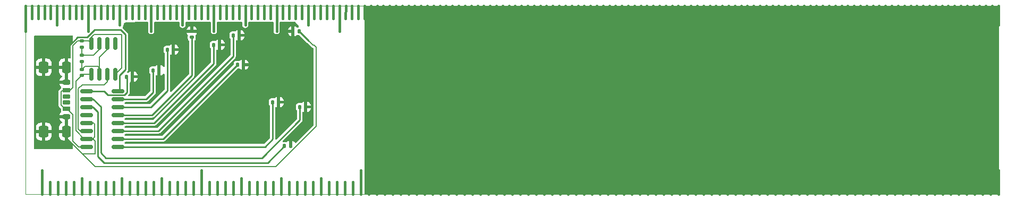
<source format=gtl>
G04 #@! TF.GenerationSoftware,KiCad,Pcbnew,8.0.5*
G04 #@! TF.CreationDate,2024-09-12T21:57:31+02:00*
G04 #@! TF.ProjectId,Ruler_IPRL_KiCad,52756c65-725f-4495-9052-4c5f4b694361,rev?*
G04 #@! TF.SameCoordinates,Original*
G04 #@! TF.FileFunction,Copper,L1,Top*
G04 #@! TF.FilePolarity,Positive*
%FSLAX46Y46*%
G04 Gerber Fmt 4.6, Leading zero omitted, Abs format (unit mm)*
G04 Created by KiCad (PCBNEW 8.0.5) date 2024-09-12 21:57:31*
%MOMM*%
%LPD*%
G01*
G04 APERTURE LIST*
G04 Aperture macros list*
%AMRoundRect*
0 Rectangle with rounded corners*
0 $1 Rounding radius*
0 $2 $3 $4 $5 $6 $7 $8 $9 X,Y pos of 4 corners*
0 Add a 4 corners polygon primitive as box body*
4,1,4,$2,$3,$4,$5,$6,$7,$8,$9,$2,$3,0*
0 Add four circle primitives for the rounded corners*
1,1,$1+$1,$2,$3*
1,1,$1+$1,$4,$5*
1,1,$1+$1,$6,$7*
1,1,$1+$1,$8,$9*
0 Add four rect primitives between the rounded corners*
20,1,$1+$1,$2,$3,$4,$5,0*
20,1,$1+$1,$4,$5,$6,$7,0*
20,1,$1+$1,$6,$7,$8,$9,0*
20,1,$1+$1,$8,$9,$2,$3,0*%
G04 Aperture macros list end*
G04 #@! TA.AperFunction,Conductor*
%ADD10C,0.100000*%
G04 #@! TD*
G04 #@! TA.AperFunction,EtchedComponent*
%ADD11C,0.381000*%
G04 #@! TD*
G04 #@! TA.AperFunction,ComponentPad*
%ADD12R,0.850000X0.850000*%
G04 #@! TD*
G04 #@! TA.AperFunction,ComponentPad*
%ADD13O,0.850000X0.850000*%
G04 #@! TD*
G04 #@! TA.AperFunction,SMDPad,CuDef*
%ADD14RoundRect,0.135000X0.135000X0.185000X-0.135000X0.185000X-0.135000X-0.185000X0.135000X-0.185000X0*%
G04 #@! TD*
G04 #@! TA.AperFunction,SMDPad,CuDef*
%ADD15RoundRect,0.147500X0.147500X0.172500X-0.147500X0.172500X-0.147500X-0.172500X0.147500X-0.172500X0*%
G04 #@! TD*
G04 #@! TA.AperFunction,ComponentPad*
%ADD16R,1.000000X1.000000*%
G04 #@! TD*
G04 #@! TA.AperFunction,ComponentPad*
%ADD17O,1.000000X1.000000*%
G04 #@! TD*
G04 #@! TA.AperFunction,ComponentPad*
%ADD18C,7.500000*%
G04 #@! TD*
G04 #@! TA.AperFunction,ComponentPad*
%ADD19C,11.000000*%
G04 #@! TD*
G04 #@! TA.AperFunction,ComponentPad*
%ADD20C,4.700000*%
G04 #@! TD*
G04 #@! TA.AperFunction,SMDPad,CuDef*
%ADD21RoundRect,0.140000X-0.170000X0.140000X-0.170000X-0.140000X0.170000X-0.140000X0.170000X0.140000X0*%
G04 #@! TD*
G04 #@! TA.AperFunction,SMDPad,CuDef*
%ADD22RoundRect,0.135000X0.185000X-0.135000X0.185000X0.135000X-0.185000X0.135000X-0.185000X-0.135000X0*%
G04 #@! TD*
G04 #@! TA.AperFunction,ComponentPad*
%ADD23C,3.800000*%
G04 #@! TD*
G04 #@! TA.AperFunction,SMDPad,CuDef*
%ADD24RoundRect,0.175000X-0.425000X0.175000X-0.425000X-0.175000X0.425000X-0.175000X0.425000X0.175000X0*%
G04 #@! TD*
G04 #@! TA.AperFunction,SMDPad,CuDef*
%ADD25RoundRect,0.190000X0.410000X-0.190000X0.410000X0.190000X-0.410000X0.190000X-0.410000X-0.190000X0*%
G04 #@! TD*
G04 #@! TA.AperFunction,SMDPad,CuDef*
%ADD26RoundRect,0.200000X0.400000X-0.200000X0.400000X0.200000X-0.400000X0.200000X-0.400000X-0.200000X0*%
G04 #@! TD*
G04 #@! TA.AperFunction,SMDPad,CuDef*
%ADD27RoundRect,0.175000X0.425000X-0.175000X0.425000X0.175000X-0.425000X0.175000X-0.425000X-0.175000X0*%
G04 #@! TD*
G04 #@! TA.AperFunction,SMDPad,CuDef*
%ADD28RoundRect,0.190000X-0.410000X0.190000X-0.410000X-0.190000X0.410000X-0.190000X0.410000X0.190000X0*%
G04 #@! TD*
G04 #@! TA.AperFunction,SMDPad,CuDef*
%ADD29RoundRect,0.200000X-0.400000X0.200000X-0.400000X-0.200000X0.400000X-0.200000X0.400000X0.200000X0*%
G04 #@! TD*
G04 #@! TA.AperFunction,SMDPad,CuDef*
%ADD30RoundRect,0.250000X-0.425000X0.650000X-0.425000X-0.650000X0.425000X-0.650000X0.425000X0.650000X0*%
G04 #@! TD*
G04 #@! TA.AperFunction,SMDPad,CuDef*
%ADD31RoundRect,0.250000X-0.500000X0.650000X-0.500000X-0.650000X0.500000X-0.650000X0.500000X0.650000X0*%
G04 #@! TD*
G04 #@! TA.AperFunction,SMDPad,CuDef*
%ADD32RoundRect,0.147500X-0.172500X0.147500X-0.172500X-0.147500X0.172500X-0.147500X0.172500X0.147500X0*%
G04 #@! TD*
G04 #@! TA.AperFunction,ComponentPad*
%ADD33R,1.350000X1.350000*%
G04 #@! TD*
G04 #@! TA.AperFunction,ComponentPad*
%ADD34O,1.350000X1.350000*%
G04 #@! TD*
G04 #@! TA.AperFunction,ComponentPad*
%ADD35C,5.600000*%
G04 #@! TD*
G04 #@! TA.AperFunction,ComponentPad*
%ADD36R,1.700000X1.700000*%
G04 #@! TD*
G04 #@! TA.AperFunction,ComponentPad*
%ADD37O,1.700000X1.700000*%
G04 #@! TD*
G04 #@! TA.AperFunction,ComponentPad*
%ADD38C,9.200000*%
G04 #@! TD*
G04 #@! TA.AperFunction,SMDPad,CuDef*
%ADD39RoundRect,0.150000X0.850000X0.150000X-0.850000X0.150000X-0.850000X-0.150000X0.850000X-0.150000X0*%
G04 #@! TD*
G04 #@! TA.AperFunction,SMDPad,CuDef*
%ADD40RoundRect,0.150000X0.150000X-0.825000X0.150000X0.825000X-0.150000X0.825000X-0.150000X-0.825000X0*%
G04 #@! TD*
G04 #@! TA.AperFunction,Conductor*
%ADD41C,0.250000*%
G04 #@! TD*
G04 #@! TA.AperFunction,Conductor*
%ADD42C,0.200000*%
G04 #@! TD*
G04 APERTURE END LIST*
D10*
X75000000Y-85000000D02*
X230000000Y-85000000D01*
X230000000Y-115000000D01*
X75000000Y-115000000D01*
X75000000Y-85000000D01*
G04 #@! TA.AperFunction,Conductor*
G36*
X128995000Y-85000000D02*
G01*
X230000000Y-85000000D01*
X230000000Y-115000000D01*
X128995000Y-115000000D01*
X128995000Y-85000000D01*
G37*
G04 #@! TD.AperFunction*
D11*
X75000000Y-85000000D02*
X75000000Y-89000000D01*
X76000760Y-85000000D02*
X76000000Y-87000000D01*
X76998980Y-85000000D02*
X77000000Y-87000000D01*
X77999740Y-85000000D02*
X77999740Y-87000000D01*
X79000500Y-85000000D02*
X79000000Y-87000000D01*
X80001260Y-85000000D02*
X80001260Y-88000000D01*
X80999480Y-85000000D02*
X80999480Y-87000000D01*
X82000240Y-85000000D02*
X82000240Y-87000000D01*
X83001000Y-85000000D02*
X83000000Y-87000000D01*
X83999220Y-85000000D02*
X83999220Y-87000000D01*
X84999980Y-85000000D02*
X85000000Y-89000000D01*
X86000760Y-85000000D02*
X86000000Y-87000000D01*
X86998980Y-85000000D02*
X87000000Y-87000000D01*
X87999740Y-85000000D02*
X87999740Y-87000000D01*
X89000500Y-85000000D02*
X89000000Y-87000000D01*
X90001260Y-85000000D02*
X90001260Y-88000000D01*
X90999480Y-85000000D02*
X90999480Y-87000000D01*
X92000240Y-85000000D02*
X92000240Y-87000000D01*
X93001000Y-85000000D02*
X93000000Y-87000000D01*
X93999220Y-85000000D02*
X93999220Y-87000000D01*
X94999980Y-85000000D02*
X95000000Y-89000000D01*
X96000760Y-85000000D02*
X96000000Y-87000000D01*
X96998980Y-85000000D02*
X97000000Y-87000000D01*
X97999740Y-85000000D02*
X97999740Y-87000000D01*
X99000500Y-85000000D02*
X99000000Y-87000000D01*
X100001260Y-85000000D02*
X100001260Y-88000000D01*
X100999480Y-85000000D02*
X100999480Y-87000000D01*
X102000240Y-85000000D02*
X102000240Y-87000000D01*
X103001000Y-85000000D02*
X103000000Y-87000000D01*
X103999220Y-85000000D02*
X103999220Y-87000000D01*
X104999980Y-85000000D02*
X105000000Y-89000000D01*
X106000760Y-85000000D02*
X106000000Y-87000000D01*
X106998980Y-85000000D02*
X107000000Y-87000000D01*
X107999740Y-85000000D02*
X107999740Y-87000000D01*
X109000500Y-85000000D02*
X109000000Y-87000000D01*
X110001260Y-85000000D02*
X110001260Y-88000000D01*
X110999480Y-85000000D02*
X110999480Y-87000000D01*
X112000240Y-85000000D02*
X112000240Y-87000000D01*
X113001000Y-85000000D02*
X113000000Y-87000000D01*
X113999220Y-85000000D02*
X113999220Y-87000000D01*
X114999980Y-85000000D02*
X115000000Y-89000000D01*
X116000760Y-85000000D02*
X116000000Y-87000000D01*
X116998980Y-85000000D02*
X117000000Y-87000000D01*
X117999740Y-85000000D02*
X117999740Y-87000000D01*
X119000500Y-85000000D02*
X119000000Y-87000000D01*
X120001260Y-85000000D02*
X120001260Y-88000000D01*
X120999480Y-85000000D02*
X120999480Y-87000000D01*
X122000240Y-85000000D02*
X122000240Y-87000000D01*
X123001000Y-85000000D02*
X123000000Y-87000000D01*
X123999220Y-85000000D02*
X123999220Y-87000000D01*
X124999980Y-85000000D02*
X125000000Y-89000000D01*
X126000760Y-85000000D02*
X126000000Y-87000000D01*
X126998980Y-85000000D02*
X127000000Y-87000000D01*
X127999740Y-85000000D02*
X127999740Y-87000000D01*
X129000500Y-85000000D02*
X129000000Y-87000000D01*
X130001260Y-85000000D02*
X130001260Y-88000000D01*
X130999480Y-85000000D02*
X130999480Y-87000000D01*
X132000240Y-85000000D02*
X132000240Y-87000000D01*
X133001000Y-85000000D02*
X133000000Y-87000000D01*
X133999220Y-85000000D02*
X133999220Y-87000000D01*
X134999980Y-85000000D02*
X135000000Y-89000000D01*
X136000760Y-85000000D02*
X136000000Y-87000000D01*
X136998980Y-85000000D02*
X137000000Y-87000000D01*
X137999740Y-85000000D02*
X137999740Y-87000000D01*
X139000500Y-85000000D02*
X139000000Y-87000000D01*
X140001260Y-85000000D02*
X140001260Y-88000000D01*
X140999480Y-85000000D02*
X140999480Y-87000000D01*
X142000240Y-85000000D02*
X142000240Y-87000000D01*
X143001000Y-85000000D02*
X143000000Y-87000000D01*
X143999220Y-85000000D02*
X143999220Y-87000000D01*
X144999980Y-85000000D02*
X145000000Y-89000000D01*
X146000760Y-85000000D02*
X146000000Y-87000000D01*
X146998980Y-85000000D02*
X147000000Y-87000000D01*
X147999740Y-85000000D02*
X147999740Y-87000000D01*
X149000500Y-85000000D02*
X149000000Y-87000000D01*
X150001260Y-85000000D02*
X150001260Y-88000000D01*
X150999480Y-85000000D02*
X150999480Y-87000000D01*
X152000240Y-85000000D02*
X152000240Y-87000000D01*
X153001000Y-85000000D02*
X153000000Y-87000000D01*
X153999220Y-85000000D02*
X153999220Y-87000000D01*
X154999980Y-85000000D02*
X155000000Y-89000000D01*
X156000760Y-85000000D02*
X156000000Y-87000000D01*
X156998980Y-85000000D02*
X157000000Y-87000000D01*
X157999740Y-85000000D02*
X157999740Y-87000000D01*
X159000500Y-85000000D02*
X159000000Y-87000000D01*
X160001260Y-85000000D02*
X160001260Y-88000000D01*
X160999480Y-85000000D02*
X160999480Y-87000000D01*
X162000240Y-85000000D02*
X162000240Y-87000000D01*
X163001000Y-85000000D02*
X163000000Y-87000000D01*
X163999220Y-85000000D02*
X163999220Y-87000000D01*
X164999980Y-85000000D02*
X165000000Y-89000000D01*
X166000760Y-85000000D02*
X166000000Y-87000000D01*
X166998980Y-85000000D02*
X167000000Y-87000000D01*
X167999740Y-85000000D02*
X167999740Y-87000000D01*
X169000500Y-85000000D02*
X169000000Y-87000000D01*
X170001260Y-85000000D02*
X170001260Y-88000000D01*
X170999480Y-85000000D02*
X170999480Y-87000000D01*
X172000240Y-85000000D02*
X172000240Y-87000000D01*
X173001000Y-85000000D02*
X173000000Y-87000000D01*
X173999220Y-85000000D02*
X173999220Y-87000000D01*
X174999980Y-85000000D02*
X175000000Y-89000000D01*
X176000760Y-85000000D02*
X176000000Y-87000000D01*
X176998980Y-85000000D02*
X177000000Y-87000000D01*
X177999740Y-85000000D02*
X177999740Y-87000000D01*
X179000500Y-85000000D02*
X179000000Y-87000000D01*
X180001260Y-85000000D02*
X180001260Y-88000000D01*
X180999480Y-85000000D02*
X180999480Y-87000000D01*
X182000240Y-85000000D02*
X182000240Y-87000000D01*
X183001000Y-85000000D02*
X183000000Y-87000000D01*
X183999220Y-85000000D02*
X183999220Y-87000000D01*
X184999980Y-85000000D02*
X185000000Y-89000000D01*
X186000760Y-85000000D02*
X186000000Y-87000000D01*
X186998980Y-85000000D02*
X187000000Y-87000000D01*
X187999740Y-85000000D02*
X187999740Y-87000000D01*
X189000500Y-85000000D02*
X189000000Y-87000000D01*
X190001260Y-85000000D02*
X190001260Y-88000000D01*
X190999480Y-85000000D02*
X190999480Y-87000000D01*
X192000240Y-85000000D02*
X192000240Y-87000000D01*
X193001000Y-85000000D02*
X193000000Y-87000000D01*
X193999220Y-85000000D02*
X193999220Y-87000000D01*
X194999980Y-85000000D02*
X195000000Y-89000000D01*
X196000760Y-85000000D02*
X196000000Y-87000000D01*
X196998980Y-85000000D02*
X197000000Y-87000000D01*
X197999740Y-85000000D02*
X197999740Y-87000000D01*
X199000500Y-85000000D02*
X199000000Y-87000000D01*
X200001260Y-85000000D02*
X200001260Y-88000000D01*
X200999480Y-85000000D02*
X200999480Y-87000000D01*
X202000240Y-85000000D02*
X202000240Y-87000000D01*
X203001000Y-85000000D02*
X203000000Y-87000000D01*
X203999220Y-85000000D02*
X203999220Y-87000000D01*
X204999980Y-85000000D02*
X205000000Y-89000000D01*
X206000760Y-85000000D02*
X206000000Y-87000000D01*
X206998980Y-85000000D02*
X207000000Y-87000000D01*
X207999740Y-85000000D02*
X207999740Y-87000000D01*
X209000500Y-85000000D02*
X209000000Y-87000000D01*
X210001260Y-85000000D02*
X210001260Y-88000000D01*
X210999480Y-85000000D02*
X210999480Y-87000000D01*
X212000240Y-85000000D02*
X212000240Y-87000000D01*
X213001000Y-85000000D02*
X213000000Y-87000000D01*
X213999220Y-85000000D02*
X213999220Y-87000000D01*
X214999980Y-85000000D02*
X215000000Y-89000000D01*
X216000760Y-85000000D02*
X216000000Y-87000000D01*
X216998980Y-85000000D02*
X217000000Y-87000000D01*
X217999740Y-85000000D02*
X217999740Y-87000000D01*
X219000500Y-85000000D02*
X219000000Y-87000000D01*
X220001260Y-85000000D02*
X220001260Y-88000000D01*
X220999480Y-85000000D02*
X220999480Y-87000000D01*
X222000240Y-85000000D02*
X222000240Y-87000000D01*
X223001000Y-85000000D02*
X223000000Y-87000000D01*
X223999220Y-85000000D02*
X223999220Y-87000000D01*
X224999980Y-85000000D02*
X225000000Y-89000000D01*
X226000360Y-85000000D02*
X225999600Y-87000000D01*
X226998580Y-85000000D02*
X226999600Y-87000000D01*
X227999340Y-85000000D02*
X227999340Y-87000000D01*
X229000100Y-85000000D02*
X228999600Y-87000000D01*
X230000000Y-85000000D02*
X230000000Y-88000000D01*
X77600000Y-115000000D02*
X77600000Y-111190000D01*
X78870000Y-113095000D02*
X78870000Y-115000000D01*
X80140000Y-113095000D02*
X80140000Y-115000000D01*
X81410000Y-113095000D02*
X81410000Y-115000000D01*
X82680000Y-115000000D02*
X82680000Y-113095000D01*
X83950000Y-115000000D02*
X83950000Y-112460000D01*
X85220000Y-113095000D02*
X85220000Y-115000000D01*
X86490000Y-113095000D02*
X86490000Y-115000000D01*
X87760000Y-113095000D02*
X87760000Y-115000000D01*
X89030000Y-115000000D02*
X89030000Y-113095000D01*
X90300000Y-115000000D02*
X90300000Y-112460000D01*
X91570000Y-113095000D02*
X91570000Y-115000000D01*
X92840000Y-113095000D02*
X92840000Y-115000000D01*
X94110000Y-113095000D02*
X94110000Y-115000000D01*
X95380000Y-115000000D02*
X95380000Y-113095000D01*
X96650000Y-115000000D02*
X96650000Y-112460000D01*
X97920000Y-113095000D02*
X97920000Y-115000000D01*
X99190000Y-113095000D02*
X99190000Y-115000000D01*
X100460000Y-113095000D02*
X100460000Y-115000000D01*
X101730000Y-115000000D02*
X101730000Y-113095000D01*
X103000000Y-115000000D02*
X103000000Y-111190000D01*
X104270000Y-113095000D02*
X104270000Y-115000000D01*
X105540000Y-113095000D02*
X105540000Y-115000000D01*
X106810000Y-113095000D02*
X106810000Y-115000000D01*
X108080000Y-115000000D02*
X108080000Y-113095000D01*
X109350000Y-115000000D02*
X109350000Y-112460000D01*
X110620000Y-113095000D02*
X110620000Y-115000000D01*
X111890000Y-113095000D02*
X111890000Y-115000000D01*
X113160000Y-113095000D02*
X113160000Y-115000000D01*
X114430000Y-115000000D02*
X114430000Y-113095000D01*
X115700000Y-115000000D02*
X115700000Y-112460000D01*
X116970000Y-113095000D02*
X116970000Y-115000000D01*
X118240000Y-113095000D02*
X118240000Y-115000000D01*
X119510000Y-113095000D02*
X119510000Y-115000000D01*
X120780000Y-115000000D02*
X120780000Y-113095000D01*
X122050000Y-115000000D02*
X122050000Y-112460000D01*
X123320000Y-113095000D02*
X123320000Y-115000000D01*
X124590000Y-113095000D02*
X124590000Y-115000000D01*
X125860000Y-113095000D02*
X125860000Y-115000000D01*
X127130000Y-115000000D02*
X127130000Y-113095000D01*
X128400000Y-115000000D02*
X128400000Y-111190000D01*
X129670000Y-113095000D02*
X129670000Y-115000000D01*
X130940000Y-113095000D02*
X130940000Y-115000000D01*
X132210000Y-113095000D02*
X132210000Y-115000000D01*
X133480000Y-115000000D02*
X133480000Y-113095000D01*
X134750000Y-115000000D02*
X134750000Y-112460000D01*
X136020000Y-113095000D02*
X136020000Y-115000000D01*
X137290000Y-113095000D02*
X137290000Y-115000000D01*
X138560000Y-113095000D02*
X138560000Y-115000000D01*
X139830000Y-115000000D02*
X139830000Y-113095000D01*
X141100000Y-115000000D02*
X141100000Y-112460000D01*
X142370000Y-113095000D02*
X142370000Y-115000000D01*
X143640000Y-113095000D02*
X143640000Y-115000000D01*
X144910000Y-113095000D02*
X144910000Y-115000000D01*
X146180000Y-115000000D02*
X146180000Y-113095000D01*
X147450000Y-115000000D02*
X147450000Y-112460000D01*
X148720000Y-113095000D02*
X148720000Y-115000000D01*
X149990000Y-113095000D02*
X149990000Y-115000000D01*
X151260000Y-113095000D02*
X151260000Y-115000000D01*
X152530000Y-115000000D02*
X152530000Y-113095000D01*
X153800000Y-115000000D02*
X153800000Y-111190000D01*
X155070000Y-113095000D02*
X155070000Y-115000000D01*
X156340000Y-113095000D02*
X156340000Y-115000000D01*
X157610000Y-113095000D02*
X157610000Y-115000000D01*
X158880000Y-115000000D02*
X158880000Y-113095000D01*
X160150000Y-115000000D02*
X160150000Y-112460000D01*
X161420000Y-113095000D02*
X161420000Y-115000000D01*
X162690000Y-113095000D02*
X162690000Y-115000000D01*
X163960000Y-113095000D02*
X163960000Y-115000000D01*
X165230000Y-115000000D02*
X165230000Y-113095000D01*
X166500000Y-115000000D02*
X166500000Y-112460000D01*
X167770000Y-113095000D02*
X167770000Y-115000000D01*
X169040000Y-113095000D02*
X169040000Y-115000000D01*
X170310000Y-113095000D02*
X170310000Y-115000000D01*
X171580000Y-115000000D02*
X171580000Y-113095000D01*
X172850000Y-115000000D02*
X172850000Y-112460000D01*
X174120000Y-113095000D02*
X174120000Y-115000000D01*
X175390000Y-113095000D02*
X175390000Y-115000000D01*
X176660000Y-113095000D02*
X176660000Y-115000000D01*
X177930000Y-115000000D02*
X177930000Y-113095000D01*
X179200000Y-115000000D02*
X179200000Y-111190000D01*
X180470000Y-113095000D02*
X180470000Y-115000000D01*
X181740000Y-113095000D02*
X181740000Y-115000000D01*
X183010000Y-113095000D02*
X183010000Y-115000000D01*
X184280000Y-115000000D02*
X184280000Y-113095000D01*
X185550000Y-115000000D02*
X185550000Y-112460000D01*
X186820000Y-113095000D02*
X186820000Y-115000000D01*
X188090000Y-113095000D02*
X188090000Y-115000000D01*
X189360000Y-113095000D02*
X189360000Y-115000000D01*
X190630000Y-115000000D02*
X190630000Y-113095000D01*
X191900000Y-115000000D02*
X191900000Y-112460000D01*
X193170000Y-113095000D02*
X193170000Y-115000000D01*
X194440000Y-113095000D02*
X194440000Y-115000000D01*
X195710000Y-113095000D02*
X195710000Y-115000000D01*
X196980000Y-115000000D02*
X196980000Y-113095000D01*
X198250000Y-115000000D02*
X198250000Y-112460000D01*
X199520000Y-113095000D02*
X199520000Y-115000000D01*
X200790000Y-113095000D02*
X200790000Y-115000000D01*
X202060000Y-113095000D02*
X202060000Y-115000000D01*
X203330000Y-115000000D02*
X203330000Y-113095000D01*
X204600000Y-115000000D02*
X204600000Y-111190000D01*
X205870000Y-113095000D02*
X205870000Y-115000000D01*
X207140000Y-113095000D02*
X207140000Y-115000000D01*
X208410000Y-113095000D02*
X208410000Y-115000000D01*
X209680000Y-115000000D02*
X209680000Y-113095000D01*
X210950000Y-115000000D02*
X210950000Y-112460000D01*
X212220000Y-113095000D02*
X212220000Y-115000000D01*
X213490000Y-113095000D02*
X213490000Y-115000000D01*
X214760000Y-113095000D02*
X214760000Y-115000000D01*
X216030000Y-115000000D02*
X216030000Y-113095000D01*
X217300000Y-115000000D02*
X217300000Y-112460000D01*
X218570000Y-113095000D02*
X218570000Y-115000000D01*
X219840000Y-113095000D02*
X219840000Y-115000000D01*
X221110000Y-113095000D02*
X221110000Y-115000000D01*
X222380000Y-115000000D02*
X222380000Y-113095000D01*
X223650000Y-115000000D02*
X223650000Y-112460000D01*
X224920000Y-113095000D02*
X224920000Y-115000000D01*
X226190000Y-113095000D02*
X226190000Y-115000000D01*
X227460000Y-113095000D02*
X227460000Y-115000000D01*
X228730000Y-115000000D02*
X228730000Y-113095000D01*
X230000000Y-115000000D02*
X230000000Y-111190000D01*
D12*
X136000000Y-93010000D03*
D13*
X137000000Y-93010000D03*
X138000000Y-93010000D03*
X139000000Y-93010000D03*
D14*
X118622000Y-89027000D03*
X117602000Y-89027000D03*
D15*
X96266000Y-95250000D03*
X95296000Y-95250000D03*
X109047000Y-89662000D03*
X108077000Y-89662000D03*
D16*
X135020000Y-95740000D03*
D17*
X136290000Y-95740000D03*
X137560000Y-95740000D03*
X138830000Y-95740000D03*
D18*
X183050000Y-95650000D03*
D19*
X207675000Y-95625000D03*
D20*
X192730000Y-107542500D03*
D21*
X83947000Y-95123000D03*
X83947000Y-96083000D03*
D15*
X109728000Y-94361000D03*
X108758000Y-94361000D03*
D22*
X83947000Y-93857000D03*
X83947000Y-92837000D03*
D15*
X98552000Y-91948000D03*
X97582000Y-91948000D03*
X119634000Y-101092000D03*
X118664000Y-101092000D03*
D23*
X202660000Y-107500000D03*
D19*
X224300000Y-95625000D03*
D15*
X115316000Y-100330000D03*
X114346000Y-100330000D03*
X92029000Y-96266000D03*
X91059000Y-96266000D03*
D24*
X81532500Y-99404000D03*
D25*
X81532500Y-101424000D03*
D26*
X81532500Y-102654000D03*
D27*
X81532500Y-100404000D03*
D28*
X81532500Y-98384000D03*
D29*
X81532500Y-97154000D03*
D30*
X81477500Y-94779000D03*
D31*
X77897500Y-94779000D03*
D30*
X81477500Y-105029000D03*
D31*
X77897500Y-105029000D03*
D15*
X117221000Y-107315000D03*
X116251000Y-107315000D03*
D32*
X101473000Y-89027000D03*
X101473000Y-89997000D03*
D33*
X132600000Y-98870000D03*
D34*
X134600000Y-98870000D03*
X136600000Y-98870000D03*
X138600000Y-98870000D03*
D35*
X182470000Y-107500000D03*
D36*
X130900000Y-102220000D03*
D37*
X133440000Y-102220000D03*
X135980000Y-102220000D03*
X138520000Y-102220000D03*
D15*
X105918000Y-91186000D03*
X104948000Y-91186000D03*
D38*
X194000000Y-95525000D03*
D39*
X89709000Y-107442000D03*
X89709000Y-106172000D03*
X89709000Y-104902000D03*
X89709000Y-103632000D03*
X89709000Y-102362000D03*
X89709000Y-101092000D03*
X89709000Y-99822000D03*
X89709000Y-98552000D03*
X84709000Y-98552000D03*
X84709000Y-99822000D03*
X84709000Y-101092000D03*
X84709000Y-102362000D03*
X84709000Y-103632000D03*
X84709000Y-104902000D03*
X84709000Y-106172000D03*
X84709000Y-107442000D03*
D22*
X83947000Y-91567000D03*
X83947000Y-90547000D03*
D40*
X85471000Y-95885000D03*
X86741000Y-95885000D03*
X88011000Y-95885000D03*
X89281000Y-95885000D03*
X89281000Y-90935000D03*
X88011000Y-90935000D03*
X86741000Y-90935000D03*
X85471000Y-90935000D03*
D41*
X85956029Y-88773000D02*
X84777029Y-89952000D01*
X81477500Y-91784459D02*
X81477500Y-94779000D01*
D42*
X86081314Y-110650000D02*
X114842948Y-110650000D01*
X85471000Y-95885000D02*
X84145000Y-95885000D01*
D41*
X90932000Y-95123000D02*
X90932000Y-89568959D01*
D42*
X83009000Y-97021000D02*
X83947000Y-96083000D01*
D41*
X90136041Y-88773000D02*
X85956029Y-88773000D01*
D42*
X84016314Y-108585000D02*
X81477500Y-106046186D01*
X114842948Y-110650000D02*
X121275000Y-104217948D01*
X84709000Y-106172000D02*
X84338448Y-106172000D01*
D41*
X118622000Y-89027000D02*
X120146000Y-90551000D01*
X89709000Y-98552000D02*
X90009000Y-98252000D01*
D42*
X120950000Y-91225000D02*
X120820000Y-91225000D01*
X86009000Y-105871999D02*
X86009000Y-103789000D01*
X85708999Y-106172000D02*
X86009000Y-105871999D01*
D41*
X83309959Y-89952000D02*
X81477500Y-91784459D01*
X118630476Y-89035476D02*
X118638952Y-89027000D01*
D42*
X81477500Y-106046186D02*
X81477500Y-105029000D01*
D41*
X90932000Y-89568959D02*
X90136041Y-88773000D01*
D42*
X86106000Y-106569001D02*
X86106000Y-108585000D01*
X84709000Y-106172000D02*
X85708999Y-106172000D01*
D41*
X90009000Y-98252000D02*
X90009000Y-96046000D01*
D42*
X86106000Y-108585000D02*
X84016314Y-108585000D01*
D41*
X90009000Y-96046000D02*
X90932000Y-95123000D01*
D42*
X84145000Y-95885000D02*
X83947000Y-96083000D01*
X85708999Y-106172000D02*
X86106000Y-106569001D01*
X120820000Y-91225000D02*
X118622000Y-89027000D01*
X84338448Y-106172000D02*
X83009000Y-104842552D01*
X83009000Y-104842552D02*
X83009000Y-97021000D01*
X81477500Y-106046186D02*
X86081314Y-110650000D01*
X85852000Y-103632000D02*
X84709000Y-103632000D01*
X86009000Y-103789000D02*
X85852000Y-103632000D01*
D41*
X84777029Y-89952000D02*
X83309959Y-89952000D01*
D42*
X121275000Y-104217948D02*
X121275000Y-91550000D01*
X121275000Y-91550000D02*
X120950000Y-91225000D01*
X83947000Y-90547000D02*
X85083000Y-90547000D01*
X90297000Y-89535000D02*
X85896001Y-89535000D01*
X81275898Y-101424000D02*
X80632500Y-100780602D01*
X80932500Y-98384000D02*
X81532500Y-98384000D01*
X82550000Y-102358852D02*
X82550000Y-106553000D01*
X80632500Y-100780602D02*
X80632500Y-98684000D01*
X83439000Y-107442000D02*
X84709000Y-107442000D01*
X82132500Y-98384000D02*
X82550000Y-97966500D01*
X85896001Y-89535000D02*
X85471000Y-89960001D01*
X82550000Y-97966500D02*
X82550000Y-91313000D01*
X80632500Y-98684000D02*
X80932500Y-98384000D01*
X81615148Y-101424000D02*
X82550000Y-102358852D01*
X81532500Y-101424000D02*
X81275898Y-101424000D01*
X82550000Y-106553000D02*
X83439000Y-107442000D01*
X81532500Y-101424000D02*
X81615148Y-101424000D01*
X85471000Y-89960001D02*
X85471000Y-90935000D01*
X82550000Y-91313000D02*
X83316000Y-90547000D01*
X89281000Y-95885000D02*
X90297000Y-94869000D01*
X90297000Y-94869000D02*
X90297000Y-89535000D01*
X85083000Y-90547000D02*
X85471000Y-90935000D01*
X81532500Y-98384000D02*
X82132500Y-98384000D01*
X83316000Y-90547000D02*
X83947000Y-90547000D01*
X83947000Y-95123000D02*
X84460000Y-94610000D01*
X88011000Y-90935000D02*
X88011000Y-91909999D01*
X83947000Y-93857000D02*
X83947000Y-95123000D01*
X84460000Y-94610000D02*
X86482000Y-94610000D01*
X86741000Y-93179999D02*
X86741000Y-95885000D01*
X86482000Y-94610000D02*
X86741000Y-94869000D01*
X88011000Y-91909999D02*
X86741000Y-93179999D01*
X86741000Y-94869000D02*
X86741000Y-95885000D01*
D41*
X96139000Y-104902000D02*
X108077000Y-92964000D01*
X89709000Y-104902000D02*
X96139000Y-104902000D01*
X108077000Y-92964000D02*
X108077000Y-89662000D01*
X89709000Y-106172000D02*
X96947000Y-106172000D01*
X96947000Y-106172000D02*
X108758000Y-94361000D01*
X104948000Y-94188000D02*
X104948000Y-91186000D01*
X89709000Y-103632000D02*
X95504000Y-103632000D01*
X95504000Y-103632000D02*
X104948000Y-94188000D01*
X89709000Y-99822000D02*
X94234000Y-99822000D01*
X95296000Y-98760000D02*
X95296000Y-95250000D01*
X94234000Y-99822000D02*
X95296000Y-98760000D01*
X118664000Y-103205000D02*
X112649000Y-109220000D01*
X85725000Y-99822000D02*
X84709000Y-99822000D01*
X87757000Y-109220000D02*
X86981000Y-108444000D01*
X112649000Y-109220000D02*
X87757000Y-109220000D01*
X86981000Y-108444000D02*
X86981000Y-101078000D01*
X86981000Y-101078000D02*
X85725000Y-99822000D01*
X118664000Y-101092000D02*
X118664000Y-103205000D01*
X114346000Y-106253000D02*
X114346000Y-100330000D01*
X89709000Y-107442000D02*
X113157000Y-107442000D01*
X113157000Y-107442000D02*
X114346000Y-106253000D01*
X95123000Y-102362000D02*
X101473000Y-96012000D01*
X101473000Y-96012000D02*
X101473000Y-89997000D01*
X89709000Y-102362000D02*
X95123000Y-102362000D01*
X94996000Y-101092000D02*
X97582000Y-98506000D01*
X89709000Y-101092000D02*
X94996000Y-101092000D01*
X97582000Y-98506000D02*
X97582000Y-91948000D01*
X91185304Y-98751604D02*
X91185304Y-96392304D01*
X88138000Y-99187000D02*
X90749908Y-99187000D01*
X87503000Y-98552000D02*
X88138000Y-99187000D01*
X91185304Y-96392304D02*
X91059000Y-96266000D01*
X84709000Y-98552000D02*
X87503000Y-98552000D01*
X90749908Y-99187000D02*
X91185304Y-98751604D01*
X86531000Y-101914001D02*
X86531000Y-109010000D01*
X113584000Y-109982000D02*
X116251000Y-107315000D01*
X87503000Y-109982000D02*
X113584000Y-109982000D01*
X86531000Y-109010000D02*
X87503000Y-109982000D01*
X84709000Y-101092000D02*
X85708999Y-101092000D01*
X85708999Y-101092000D02*
X86531000Y-101914001D01*
D42*
X83947000Y-91567000D02*
X83947000Y-92837000D01*
X86741000Y-90935000D02*
X86741000Y-91909999D01*
X86741000Y-91909999D02*
X85813999Y-92837000D01*
X85813999Y-92837000D02*
X83947000Y-92837000D01*
X87503000Y-97536000D02*
X88011000Y-97028000D01*
X84709000Y-104902000D02*
X83709001Y-104902000D01*
X83709001Y-104902000D02*
X83409000Y-104601999D01*
X84074000Y-97536000D02*
X87503000Y-97536000D01*
X88011000Y-97028000D02*
X88011000Y-95885000D01*
X83409000Y-98201000D02*
X84074000Y-97536000D01*
X83409000Y-104601999D02*
X83409000Y-98201000D01*
G04 #@! TA.AperFunction,Conductor*
G36*
X94452032Y-87522685D02*
G01*
X94497787Y-87575489D01*
X94508993Y-87626999D01*
X94508999Y-89064641D01*
X94533216Y-89155017D01*
X94542462Y-89189521D01*
X94607104Y-89301483D01*
X94698521Y-89392900D01*
X94810483Y-89457540D01*
X94810485Y-89457540D01*
X94810486Y-89457541D01*
X94810485Y-89457541D01*
X94872922Y-89474270D01*
X94935361Y-89491000D01*
X94935364Y-89491000D01*
X95064641Y-89491000D01*
X95064643Y-89491000D01*
X95189521Y-89457538D01*
X95301483Y-89392896D01*
X95392900Y-89301479D01*
X95457540Y-89189517D01*
X95491000Y-89064639D01*
X95490999Y-88776998D01*
X100656005Y-88776998D01*
X100656007Y-88777000D01*
X101223000Y-88777000D01*
X101723000Y-88777000D01*
X102289993Y-88777000D01*
X102289994Y-88776998D01*
X102244471Y-88620307D01*
X102244469Y-88620304D01*
X102161193Y-88479491D01*
X102161187Y-88479483D01*
X102045516Y-88363812D01*
X102045508Y-88363806D01*
X101904697Y-88280531D01*
X101904692Y-88280529D01*
X101747603Y-88234890D01*
X101747591Y-88234888D01*
X101723000Y-88232952D01*
X101723000Y-88777000D01*
X101223000Y-88777000D01*
X101223000Y-88232954D01*
X101198402Y-88234889D01*
X101041307Y-88280529D01*
X101041302Y-88280531D01*
X100900491Y-88363806D01*
X100900483Y-88363812D01*
X100784812Y-88479483D01*
X100784806Y-88479491D01*
X100701530Y-88620304D01*
X100701528Y-88620307D01*
X100656005Y-88776998D01*
X95490999Y-88776998D01*
X95490993Y-87627000D01*
X95510677Y-87559961D01*
X95563481Y-87514206D01*
X95614993Y-87503000D01*
X99386260Y-87503000D01*
X99453299Y-87522685D01*
X99499054Y-87575489D01*
X99510260Y-87626999D01*
X99510260Y-88064641D01*
X99543721Y-88189519D01*
X99543722Y-88189520D01*
X99543722Y-88189521D01*
X99608359Y-88301477D01*
X99608361Y-88301480D01*
X99608362Y-88301481D01*
X99699779Y-88392898D01*
X99699780Y-88392899D01*
X99699782Y-88392900D01*
X99728112Y-88409256D01*
X99811741Y-88457539D01*
X99936619Y-88491000D01*
X99936621Y-88491000D01*
X100065898Y-88491000D01*
X100065901Y-88491000D01*
X100190779Y-88457539D01*
X100302741Y-88392898D01*
X100394158Y-88301481D01*
X100458799Y-88189519D01*
X100492260Y-88064641D01*
X100492260Y-87626999D01*
X100511945Y-87559961D01*
X100564749Y-87514206D01*
X100616260Y-87503000D01*
X104384993Y-87503000D01*
X104452032Y-87522685D01*
X104497787Y-87575489D01*
X104508993Y-87626999D01*
X104508999Y-89064641D01*
X104533216Y-89155017D01*
X104542462Y-89189521D01*
X104607104Y-89301483D01*
X104698521Y-89392900D01*
X104810483Y-89457540D01*
X104810485Y-89457540D01*
X104810486Y-89457541D01*
X104810485Y-89457541D01*
X104872922Y-89474270D01*
X104935361Y-89491000D01*
X104935364Y-89491000D01*
X105064641Y-89491000D01*
X105064643Y-89491000D01*
X105189521Y-89457538D01*
X105301483Y-89392896D01*
X105392900Y-89301479D01*
X105457540Y-89189517D01*
X105491000Y-89064639D01*
X105490993Y-87627000D01*
X105510677Y-87559961D01*
X105563481Y-87514206D01*
X105614993Y-87503000D01*
X109386260Y-87503000D01*
X109453299Y-87522685D01*
X109499054Y-87575489D01*
X109510260Y-87626999D01*
X109510260Y-88064641D01*
X109543721Y-88189519D01*
X109543722Y-88189520D01*
X109543722Y-88189521D01*
X109608359Y-88301477D01*
X109608361Y-88301480D01*
X109608362Y-88301481D01*
X109699779Y-88392898D01*
X109699780Y-88392899D01*
X109699782Y-88392900D01*
X109728112Y-88409256D01*
X109811741Y-88457539D01*
X109936619Y-88491000D01*
X109936621Y-88491000D01*
X110065898Y-88491000D01*
X110065901Y-88491000D01*
X110190779Y-88457539D01*
X110302741Y-88392898D01*
X110394158Y-88301481D01*
X110458799Y-88189519D01*
X110492260Y-88064641D01*
X110492260Y-87626999D01*
X110511945Y-87559961D01*
X110564749Y-87514206D01*
X110616260Y-87503000D01*
X114384993Y-87503000D01*
X114452032Y-87522685D01*
X114497787Y-87575489D01*
X114508993Y-87626999D01*
X114508999Y-89064641D01*
X114533216Y-89155017D01*
X114542462Y-89189521D01*
X114607104Y-89301483D01*
X114698521Y-89392900D01*
X114810483Y-89457540D01*
X114810485Y-89457540D01*
X114810486Y-89457541D01*
X114810485Y-89457541D01*
X114872922Y-89474270D01*
X114935361Y-89491000D01*
X114935364Y-89491000D01*
X115064641Y-89491000D01*
X115064643Y-89491000D01*
X115189521Y-89457538D01*
X115301483Y-89392896D01*
X115392900Y-89301479D01*
X115407033Y-89277000D01*
X116832069Y-89277000D01*
X116834832Y-89312122D01*
X116834833Y-89312128D01*
X116879592Y-89466188D01*
X116879593Y-89466191D01*
X116961261Y-89604285D01*
X116961268Y-89604294D01*
X117074705Y-89717731D01*
X117074714Y-89717738D01*
X117212805Y-89799404D01*
X117352000Y-89839844D01*
X117352000Y-89277000D01*
X116832069Y-89277000D01*
X115407033Y-89277000D01*
X115457540Y-89189517D01*
X115491000Y-89064639D01*
X115490999Y-88777000D01*
X116832069Y-88777000D01*
X117352000Y-88777000D01*
X117352000Y-88214154D01*
X117351998Y-88214153D01*
X117212811Y-88254591D01*
X117212808Y-88254593D01*
X117074714Y-88336261D01*
X117074705Y-88336268D01*
X116961268Y-88449705D01*
X116961261Y-88449714D01*
X116879593Y-88587808D01*
X116879592Y-88587811D01*
X116834833Y-88741871D01*
X116834832Y-88741877D01*
X116832069Y-88777000D01*
X115490999Y-88777000D01*
X115490993Y-87627000D01*
X115510677Y-87559961D01*
X115563481Y-87514206D01*
X115614993Y-87503000D01*
X117933891Y-87503000D01*
X118000930Y-87522685D01*
X118036619Y-87557552D01*
X118483281Y-88218253D01*
X118504519Y-88284816D01*
X118486400Y-88352295D01*
X118434675Y-88399266D01*
X118407020Y-88408843D01*
X118405129Y-88409256D01*
X118328403Y-88436103D01*
X118258624Y-88439664D01*
X118199768Y-88406742D01*
X118129294Y-88336268D01*
X118129285Y-88336261D01*
X117991191Y-88254593D01*
X117991188Y-88254591D01*
X117852001Y-88214153D01*
X117852000Y-88214154D01*
X117852000Y-89839843D01*
X117991194Y-89799404D01*
X118129285Y-89717738D01*
X118129294Y-89717731D01*
X118199767Y-89647257D01*
X118261089Y-89613771D01*
X118328402Y-89617895D01*
X118405121Y-89644741D01*
X118405120Y-89644741D01*
X118409534Y-89645154D01*
X118434543Y-89647500D01*
X118589388Y-89647499D01*
X118656428Y-89667183D01*
X118677070Y-89683818D01*
X119884736Y-90891484D01*
X119954251Y-90931618D01*
X119979930Y-90951323D01*
X120499519Y-91470912D01*
X120499520Y-91470913D01*
X120574087Y-91545480D01*
X120665413Y-91598207D01*
X120746315Y-91619884D01*
X120805974Y-91656247D01*
X120816946Y-91670206D01*
X120853227Y-91723874D01*
X120874466Y-91790435D01*
X120874500Y-91793321D01*
X120874500Y-104000692D01*
X120854815Y-104067731D01*
X120838181Y-104088373D01*
X118108669Y-106817884D01*
X118047346Y-106851369D01*
X117977654Y-106846385D01*
X117921721Y-106804513D01*
X117914256Y-106793324D01*
X117884194Y-106742492D01*
X117884187Y-106742483D01*
X117768516Y-106626812D01*
X117768508Y-106626806D01*
X117627695Y-106543530D01*
X117627692Y-106543528D01*
X117471001Y-106498005D01*
X117471000Y-106498006D01*
X117471000Y-107404193D01*
X117451315Y-107471232D01*
X117434681Y-107491874D01*
X117397874Y-107528681D01*
X117336551Y-107562166D01*
X117310193Y-107565000D01*
X117095000Y-107565000D01*
X117027961Y-107545315D01*
X116982206Y-107492511D01*
X116971000Y-107441000D01*
X116971000Y-106498006D01*
X116970998Y-106498005D01*
X116814307Y-106543528D01*
X116814304Y-106543530D01*
X116673494Y-106626804D01*
X116673488Y-106626808D01*
X116626886Y-106673410D01*
X116565562Y-106706894D01*
X116498254Y-106702769D01*
X116482738Y-106697340D01*
X116482724Y-106697337D01*
X116452467Y-106694500D01*
X116075609Y-106694500D01*
X116008570Y-106674815D01*
X115962815Y-106622011D01*
X115952871Y-106552853D01*
X115981896Y-106489297D01*
X115987914Y-106482833D01*
X119004485Y-103466263D01*
X119060503Y-103369237D01*
X119089500Y-103261018D01*
X119089500Y-103148981D01*
X119089500Y-101988585D01*
X119109185Y-101921546D01*
X119161989Y-101875791D01*
X119231147Y-101865847D01*
X119248095Y-101869509D01*
X119384000Y-101908992D01*
X119384000Y-101908991D01*
X119884000Y-101908991D01*
X120040697Y-101863468D01*
X120181508Y-101780193D01*
X120181516Y-101780187D01*
X120297187Y-101664516D01*
X120297193Y-101664508D01*
X120380468Y-101523697D01*
X120380470Y-101523692D01*
X120426109Y-101366603D01*
X120426111Y-101366591D01*
X120428047Y-101342000D01*
X119884000Y-101342000D01*
X119884000Y-101908991D01*
X119384000Y-101908991D01*
X119384000Y-100275006D01*
X119884000Y-100275006D01*
X119884000Y-100842000D01*
X120428046Y-100842000D01*
X120426110Y-100817402D01*
X120380470Y-100660307D01*
X120380468Y-100660302D01*
X120297193Y-100519491D01*
X120297187Y-100519483D01*
X120181516Y-100403812D01*
X120181508Y-100403806D01*
X120040695Y-100320530D01*
X120040692Y-100320528D01*
X119884001Y-100275005D01*
X119884000Y-100275006D01*
X119384000Y-100275006D01*
X119383998Y-100275005D01*
X119227307Y-100320528D01*
X119227304Y-100320530D01*
X119086494Y-100403804D01*
X119086488Y-100403808D01*
X119039886Y-100450410D01*
X118978562Y-100483894D01*
X118911254Y-100479769D01*
X118895738Y-100474340D01*
X118895724Y-100474337D01*
X118865467Y-100471500D01*
X118462539Y-100471500D01*
X118432275Y-100474337D01*
X118432266Y-100474339D01*
X118304800Y-100518942D01*
X118196138Y-100599138D01*
X118115943Y-100707799D01*
X118071339Y-100835266D01*
X118071337Y-100835275D01*
X118068500Y-100865532D01*
X118068500Y-101318460D01*
X118071337Y-101348724D01*
X118071337Y-101348728D01*
X118071338Y-101348729D01*
X118115943Y-101476201D01*
X118177351Y-101559406D01*
X118196139Y-101584863D01*
X118202181Y-101590905D01*
X118235666Y-101652228D01*
X118238500Y-101678586D01*
X118238500Y-102977390D01*
X118218815Y-103044429D01*
X118202181Y-103065071D01*
X114983181Y-106284071D01*
X114921858Y-106317556D01*
X114852166Y-106312572D01*
X114796233Y-106270700D01*
X114771816Y-106205236D01*
X114771500Y-106196390D01*
X114771500Y-101226585D01*
X114791185Y-101159546D01*
X114843989Y-101113791D01*
X114913147Y-101103847D01*
X114930095Y-101107509D01*
X115066000Y-101146992D01*
X115066000Y-101146991D01*
X115566000Y-101146991D01*
X115722697Y-101101468D01*
X115863508Y-101018193D01*
X115863516Y-101018187D01*
X115979187Y-100902516D01*
X115979193Y-100902508D01*
X116062468Y-100761697D01*
X116062470Y-100761692D01*
X116108109Y-100604603D01*
X116108111Y-100604591D01*
X116110047Y-100580000D01*
X115566000Y-100580000D01*
X115566000Y-101146991D01*
X115066000Y-101146991D01*
X115066000Y-99513006D01*
X115566000Y-99513006D01*
X115566000Y-100080000D01*
X116110046Y-100080000D01*
X116108110Y-100055402D01*
X116062470Y-99898307D01*
X116062468Y-99898302D01*
X115979193Y-99757491D01*
X115979187Y-99757483D01*
X115863516Y-99641812D01*
X115863508Y-99641806D01*
X115722695Y-99558530D01*
X115722692Y-99558528D01*
X115566001Y-99513005D01*
X115566000Y-99513006D01*
X115066000Y-99513006D01*
X115065998Y-99513005D01*
X114909307Y-99558528D01*
X114909304Y-99558530D01*
X114768494Y-99641804D01*
X114768488Y-99641808D01*
X114721886Y-99688410D01*
X114660562Y-99721894D01*
X114593254Y-99717769D01*
X114577738Y-99712340D01*
X114577724Y-99712337D01*
X114547467Y-99709500D01*
X114144539Y-99709500D01*
X114114275Y-99712337D01*
X114114266Y-99712339D01*
X113986800Y-99756942D01*
X113878138Y-99837138D01*
X113797943Y-99945799D01*
X113753339Y-100073266D01*
X113753337Y-100073275D01*
X113750500Y-100103532D01*
X113750500Y-100556460D01*
X113753337Y-100586724D01*
X113753339Y-100586733D01*
X113781251Y-100666500D01*
X113797943Y-100714201D01*
X113878138Y-100822862D01*
X113878139Y-100822863D01*
X113884181Y-100828905D01*
X113917666Y-100890228D01*
X113920500Y-100916586D01*
X113920500Y-106025390D01*
X113900815Y-106092429D01*
X113884181Y-106113071D01*
X113017071Y-106980181D01*
X112955748Y-107013666D01*
X112929390Y-107016500D01*
X90978177Y-107016500D01*
X90911138Y-106996815D01*
X90888524Y-106975617D01*
X90887721Y-106976421D01*
X90881152Y-106969852D01*
X90881150Y-106969851D01*
X90881150Y-106969850D01*
X90795677Y-106906768D01*
X90753428Y-106851123D01*
X90747969Y-106781467D01*
X90781036Y-106719917D01*
X90795670Y-106707236D01*
X90881150Y-106644150D01*
X90881152Y-106644146D01*
X90887721Y-106637579D01*
X90889548Y-106639406D01*
X90934054Y-106605616D01*
X90978177Y-106597500D01*
X97003016Y-106597500D01*
X97003018Y-106597500D01*
X97111237Y-106568503D01*
X97208263Y-106512485D01*
X108702929Y-95017817D01*
X108764252Y-94984333D01*
X108790610Y-94981499D01*
X108959460Y-94981499D01*
X108959462Y-94981499D01*
X108989729Y-94978662D01*
X109005247Y-94973231D01*
X109075023Y-94969666D01*
X109133888Y-95002591D01*
X109180483Y-95049187D01*
X109180491Y-95049193D01*
X109321302Y-95132468D01*
X109478000Y-95177992D01*
X109478000Y-95177991D01*
X109978000Y-95177991D01*
X110134697Y-95132468D01*
X110275508Y-95049193D01*
X110275516Y-95049187D01*
X110391187Y-94933516D01*
X110391193Y-94933508D01*
X110474468Y-94792697D01*
X110474470Y-94792692D01*
X110520109Y-94635603D01*
X110520111Y-94635591D01*
X110522047Y-94611000D01*
X109978000Y-94611000D01*
X109978000Y-95177991D01*
X109478000Y-95177991D01*
X109478000Y-93544006D01*
X109978000Y-93544006D01*
X109978000Y-94111000D01*
X110522046Y-94111000D01*
X110520110Y-94086402D01*
X110474470Y-93929307D01*
X110474468Y-93929302D01*
X110391193Y-93788491D01*
X110391187Y-93788483D01*
X110275516Y-93672812D01*
X110275508Y-93672806D01*
X110134695Y-93589530D01*
X110134692Y-93589528D01*
X109978001Y-93544005D01*
X109978000Y-93544006D01*
X109478000Y-93544006D01*
X109477998Y-93544005D01*
X109321307Y-93589528D01*
X109321304Y-93589530D01*
X109180494Y-93672804D01*
X109180488Y-93672808D01*
X109133886Y-93719410D01*
X109072562Y-93752894D01*
X109005254Y-93748769D01*
X108989738Y-93743340D01*
X108989724Y-93743337D01*
X108959467Y-93740500D01*
X108556539Y-93740500D01*
X108526275Y-93743337D01*
X108526266Y-93743339D01*
X108398800Y-93787942D01*
X108290138Y-93868138D01*
X108209943Y-93976799D01*
X108165339Y-94104266D01*
X108165337Y-94104275D01*
X108162500Y-94134532D01*
X108162500Y-94303389D01*
X108142815Y-94370428D01*
X108126181Y-94391070D01*
X96807071Y-105710181D01*
X96745748Y-105743666D01*
X96719390Y-105746500D01*
X90978177Y-105746500D01*
X90911138Y-105726815D01*
X90888524Y-105705617D01*
X90887721Y-105706421D01*
X90881152Y-105699852D01*
X90881150Y-105699851D01*
X90881150Y-105699850D01*
X90795677Y-105636768D01*
X90753428Y-105581123D01*
X90747969Y-105511467D01*
X90781036Y-105449917D01*
X90795670Y-105437236D01*
X90881150Y-105374150D01*
X90881152Y-105374146D01*
X90887721Y-105367579D01*
X90889548Y-105369406D01*
X90934054Y-105335616D01*
X90978177Y-105327500D01*
X96195016Y-105327500D01*
X96195018Y-105327500D01*
X96303237Y-105298503D01*
X96400263Y-105242485D01*
X108417485Y-93225263D01*
X108473503Y-93128237D01*
X108502500Y-93020018D01*
X108502500Y-92907981D01*
X108502500Y-90558585D01*
X108522185Y-90491546D01*
X108574989Y-90445791D01*
X108644147Y-90435847D01*
X108661095Y-90439509D01*
X108797000Y-90478992D01*
X108797000Y-90478991D01*
X109297000Y-90478991D01*
X109453697Y-90433468D01*
X109594508Y-90350193D01*
X109594516Y-90350187D01*
X109710187Y-90234516D01*
X109710193Y-90234508D01*
X109793468Y-90093697D01*
X109793470Y-90093692D01*
X109839109Y-89936603D01*
X109839111Y-89936591D01*
X109841047Y-89912000D01*
X109297000Y-89912000D01*
X109297000Y-90478991D01*
X108797000Y-90478991D01*
X108797000Y-88845006D01*
X109297000Y-88845006D01*
X109297000Y-89412000D01*
X109841046Y-89412000D01*
X109839110Y-89387402D01*
X109793470Y-89230307D01*
X109793468Y-89230302D01*
X109710193Y-89089491D01*
X109710187Y-89089483D01*
X109594516Y-88973812D01*
X109594508Y-88973806D01*
X109453695Y-88890530D01*
X109453692Y-88890528D01*
X109297001Y-88845005D01*
X109297000Y-88845006D01*
X108797000Y-88845006D01*
X108796998Y-88845005D01*
X108640307Y-88890528D01*
X108640304Y-88890530D01*
X108499494Y-88973804D01*
X108499488Y-88973808D01*
X108452886Y-89020410D01*
X108391562Y-89053894D01*
X108324254Y-89049769D01*
X108308738Y-89044340D01*
X108308724Y-89044337D01*
X108278467Y-89041500D01*
X107875539Y-89041500D01*
X107845275Y-89044337D01*
X107845266Y-89044339D01*
X107717800Y-89088942D01*
X107609138Y-89169138D01*
X107528943Y-89277799D01*
X107484339Y-89405266D01*
X107484337Y-89405275D01*
X107481500Y-89435532D01*
X107481500Y-89888460D01*
X107484337Y-89918724D01*
X107484339Y-89918733D01*
X107528942Y-90046199D01*
X107528943Y-90046201D01*
X107609138Y-90154862D01*
X107609139Y-90154863D01*
X107615181Y-90160905D01*
X107648666Y-90222228D01*
X107651500Y-90248586D01*
X107651500Y-92736390D01*
X107631815Y-92803429D01*
X107615181Y-92824071D01*
X95999071Y-104440181D01*
X95937748Y-104473666D01*
X95911390Y-104476500D01*
X90978177Y-104476500D01*
X90911138Y-104456815D01*
X90888524Y-104435617D01*
X90887721Y-104436421D01*
X90881152Y-104429852D01*
X90881150Y-104429851D01*
X90881150Y-104429850D01*
X90795677Y-104366768D01*
X90753428Y-104311123D01*
X90747969Y-104241467D01*
X90781036Y-104179917D01*
X90795670Y-104167236D01*
X90881150Y-104104150D01*
X90881152Y-104104146D01*
X90887721Y-104097579D01*
X90889548Y-104099406D01*
X90934054Y-104065616D01*
X90978177Y-104057500D01*
X95560016Y-104057500D01*
X95560018Y-104057500D01*
X95668237Y-104028503D01*
X95765263Y-103972485D01*
X105288485Y-94449263D01*
X105344503Y-94352237D01*
X105373500Y-94244018D01*
X105373500Y-94131982D01*
X105373500Y-92082585D01*
X105393185Y-92015546D01*
X105445989Y-91969791D01*
X105515147Y-91959847D01*
X105532095Y-91963509D01*
X105668000Y-92002992D01*
X105668000Y-92002991D01*
X106168000Y-92002991D01*
X106324697Y-91957468D01*
X106465508Y-91874193D01*
X106465516Y-91874187D01*
X106581187Y-91758516D01*
X106581193Y-91758508D01*
X106664468Y-91617697D01*
X106664470Y-91617692D01*
X106710109Y-91460603D01*
X106710111Y-91460591D01*
X106712047Y-91436000D01*
X106168000Y-91436000D01*
X106168000Y-92002991D01*
X105668000Y-92002991D01*
X105668000Y-90369006D01*
X106168000Y-90369006D01*
X106168000Y-90936000D01*
X106712046Y-90936000D01*
X106710110Y-90911402D01*
X106664470Y-90754307D01*
X106664468Y-90754302D01*
X106581193Y-90613491D01*
X106581187Y-90613483D01*
X106465516Y-90497812D01*
X106465508Y-90497806D01*
X106324695Y-90414530D01*
X106324692Y-90414528D01*
X106168001Y-90369005D01*
X106168000Y-90369006D01*
X105668000Y-90369006D01*
X105667998Y-90369005D01*
X105511307Y-90414528D01*
X105511304Y-90414530D01*
X105370494Y-90497804D01*
X105370488Y-90497808D01*
X105323886Y-90544410D01*
X105262562Y-90577894D01*
X105195254Y-90573769D01*
X105179738Y-90568340D01*
X105179724Y-90568337D01*
X105149467Y-90565500D01*
X104746539Y-90565500D01*
X104716275Y-90568337D01*
X104716266Y-90568339D01*
X104588800Y-90612942D01*
X104480138Y-90693138D01*
X104399943Y-90801799D01*
X104355339Y-90929266D01*
X104355337Y-90929275D01*
X104352500Y-90959532D01*
X104352500Y-91412460D01*
X104355337Y-91442724D01*
X104355339Y-91442733D01*
X104397703Y-91563799D01*
X104399943Y-91570201D01*
X104480138Y-91678862D01*
X104480139Y-91678863D01*
X104486181Y-91684905D01*
X104519666Y-91746228D01*
X104522500Y-91772586D01*
X104522500Y-93960390D01*
X104502815Y-94027429D01*
X104486181Y-94048071D01*
X95364071Y-103170181D01*
X95302748Y-103203666D01*
X95276390Y-103206500D01*
X90978177Y-103206500D01*
X90911138Y-103186815D01*
X90888524Y-103165617D01*
X90887721Y-103166421D01*
X90881152Y-103159852D01*
X90881150Y-103159851D01*
X90881150Y-103159850D01*
X90795677Y-103096768D01*
X90753428Y-103041123D01*
X90747969Y-102971467D01*
X90781036Y-102909917D01*
X90795670Y-102897236D01*
X90881150Y-102834150D01*
X90881152Y-102834146D01*
X90887721Y-102827579D01*
X90889548Y-102829406D01*
X90934054Y-102795616D01*
X90978177Y-102787500D01*
X95179016Y-102787500D01*
X95179018Y-102787500D01*
X95287237Y-102758503D01*
X95384263Y-102702485D01*
X101813485Y-96273263D01*
X101869503Y-96176237D01*
X101898500Y-96068018D01*
X101898500Y-95955982D01*
X101898500Y-90577174D01*
X101918185Y-90510135D01*
X101948865Y-90477406D01*
X101965862Y-90464862D01*
X102046057Y-90356201D01*
X102090662Y-90228729D01*
X102093500Y-90198463D01*
X102093499Y-89795538D01*
X102090662Y-89765271D01*
X102085230Y-89749750D01*
X102081667Y-89679973D01*
X102114591Y-89621111D01*
X102161189Y-89574513D01*
X102161195Y-89574505D01*
X102244469Y-89433695D01*
X102244471Y-89433692D01*
X102289994Y-89277001D01*
X102289993Y-89277000D01*
X100656007Y-89277000D01*
X100656005Y-89277001D01*
X100701528Y-89433692D01*
X100701530Y-89433695D01*
X100784806Y-89574508D01*
X100784812Y-89574516D01*
X100831408Y-89621112D01*
X100864893Y-89682435D01*
X100860770Y-89749742D01*
X100855338Y-89765265D01*
X100855337Y-89765272D01*
X100852500Y-89795532D01*
X100852500Y-90198460D01*
X100855337Y-90228724D01*
X100855339Y-90228733D01*
X100899942Y-90356199D01*
X100899943Y-90356201D01*
X100980138Y-90464862D01*
X100997133Y-90477404D01*
X101039383Y-90533048D01*
X101047500Y-90577174D01*
X101047500Y-95784390D01*
X101027815Y-95851429D01*
X101011181Y-95872071D01*
X98218234Y-98665017D01*
X98156911Y-98698502D01*
X98087219Y-98693518D01*
X98031286Y-98651646D01*
X98006869Y-98586182D01*
X98007500Y-98565003D01*
X98007500Y-92844585D01*
X98027185Y-92777546D01*
X98079989Y-92731791D01*
X98149147Y-92721847D01*
X98166095Y-92725509D01*
X98302000Y-92764992D01*
X98302000Y-92764991D01*
X98802000Y-92764991D01*
X98958697Y-92719468D01*
X99099508Y-92636193D01*
X99099516Y-92636187D01*
X99215187Y-92520516D01*
X99215193Y-92520508D01*
X99298468Y-92379697D01*
X99298470Y-92379692D01*
X99344109Y-92222603D01*
X99344111Y-92222591D01*
X99346047Y-92198000D01*
X98802000Y-92198000D01*
X98802000Y-92764991D01*
X98302000Y-92764991D01*
X98302000Y-91131006D01*
X98802000Y-91131006D01*
X98802000Y-91698000D01*
X99346046Y-91698000D01*
X99344110Y-91673402D01*
X99298470Y-91516307D01*
X99298468Y-91516302D01*
X99215193Y-91375491D01*
X99215187Y-91375483D01*
X99099516Y-91259812D01*
X99099508Y-91259806D01*
X98958695Y-91176530D01*
X98958692Y-91176528D01*
X98802001Y-91131005D01*
X98802000Y-91131006D01*
X98302000Y-91131006D01*
X98301998Y-91131005D01*
X98145307Y-91176528D01*
X98145304Y-91176530D01*
X98004494Y-91259804D01*
X98004488Y-91259808D01*
X97957886Y-91306410D01*
X97896562Y-91339894D01*
X97829254Y-91335769D01*
X97813738Y-91330340D01*
X97813724Y-91330337D01*
X97783467Y-91327500D01*
X97380539Y-91327500D01*
X97350275Y-91330337D01*
X97350266Y-91330339D01*
X97222800Y-91374942D01*
X97114138Y-91455138D01*
X97033943Y-91563799D01*
X96989339Y-91691266D01*
X96989337Y-91691275D01*
X96986500Y-91721532D01*
X96986500Y-92174460D01*
X96989337Y-92204724D01*
X96989339Y-92204733D01*
X96991357Y-92210500D01*
X97033943Y-92332201D01*
X97114138Y-92440862D01*
X97114139Y-92440863D01*
X97120181Y-92446905D01*
X97153666Y-92508228D01*
X97156500Y-92534586D01*
X97156500Y-94608577D01*
X97136815Y-94675616D01*
X97084011Y-94721371D01*
X97014853Y-94731315D01*
X96951297Y-94702290D01*
X96935043Y-94682821D01*
X96933972Y-94683652D01*
X96929187Y-94677483D01*
X96813516Y-94561812D01*
X96813508Y-94561806D01*
X96672695Y-94478530D01*
X96672692Y-94478528D01*
X96516001Y-94433005D01*
X96516000Y-94433006D01*
X96516000Y-96066991D01*
X96672697Y-96021468D01*
X96813508Y-95938193D01*
X96813516Y-95938187D01*
X96929187Y-95822516D01*
X96933972Y-95816348D01*
X96936484Y-95818296D01*
X96976833Y-95780619D01*
X97045575Y-95768113D01*
X97110165Y-95794757D01*
X97150097Y-95852091D01*
X97156500Y-95891422D01*
X97156500Y-98278390D01*
X97136815Y-98345429D01*
X97120181Y-98366071D01*
X94856071Y-100630181D01*
X94794748Y-100663666D01*
X94768390Y-100666500D01*
X90978177Y-100666500D01*
X90911138Y-100646815D01*
X90888524Y-100625617D01*
X90887721Y-100626421D01*
X90881152Y-100619852D01*
X90881150Y-100619851D01*
X90881150Y-100619850D01*
X90795677Y-100556768D01*
X90753428Y-100501123D01*
X90747969Y-100431467D01*
X90781036Y-100369917D01*
X90795670Y-100357236D01*
X90881150Y-100294150D01*
X90881152Y-100294146D01*
X90887721Y-100287579D01*
X90889548Y-100289406D01*
X90934054Y-100255616D01*
X90978177Y-100247500D01*
X94290016Y-100247500D01*
X94290018Y-100247500D01*
X94398237Y-100218503D01*
X94495263Y-100162485D01*
X95636485Y-99021263D01*
X95692503Y-98924237D01*
X95721500Y-98816018D01*
X95721500Y-98703981D01*
X95721500Y-96146585D01*
X95741185Y-96079546D01*
X95793989Y-96033791D01*
X95863147Y-96023847D01*
X95880095Y-96027509D01*
X96016000Y-96066992D01*
X96016000Y-94433006D01*
X96015998Y-94433005D01*
X95859307Y-94478528D01*
X95859304Y-94478530D01*
X95718494Y-94561804D01*
X95718488Y-94561808D01*
X95671886Y-94608410D01*
X95610562Y-94641894D01*
X95543254Y-94637769D01*
X95527738Y-94632340D01*
X95527724Y-94632337D01*
X95497467Y-94629500D01*
X95094539Y-94629500D01*
X95064275Y-94632337D01*
X95064266Y-94632339D01*
X94936800Y-94676942D01*
X94828138Y-94757138D01*
X94747943Y-94865799D01*
X94703339Y-94993266D01*
X94703337Y-94993275D01*
X94700500Y-95023532D01*
X94700500Y-95476460D01*
X94703337Y-95506724D01*
X94703339Y-95506733D01*
X94744517Y-95624410D01*
X94747943Y-95634201D01*
X94791695Y-95693483D01*
X94828139Y-95742863D01*
X94834181Y-95748905D01*
X94867666Y-95810228D01*
X94870500Y-95836586D01*
X94870500Y-98532390D01*
X94850815Y-98599429D01*
X94834181Y-98620071D01*
X94094071Y-99360181D01*
X94032748Y-99393666D01*
X94006390Y-99396500D01*
X91441518Y-99396500D01*
X91374479Y-99376815D01*
X91328724Y-99324011D01*
X91318780Y-99254853D01*
X91347805Y-99191297D01*
X91353837Y-99184819D01*
X91407674Y-99130982D01*
X91525789Y-99012867D01*
X91581807Y-98915841D01*
X91610804Y-98807622D01*
X91610804Y-98695586D01*
X91610804Y-97199279D01*
X91630489Y-97132240D01*
X91683293Y-97086485D01*
X91752451Y-97076541D01*
X91769399Y-97080203D01*
X91779000Y-97082992D01*
X91779000Y-97082991D01*
X92279000Y-97082991D01*
X92435697Y-97037468D01*
X92576508Y-96954193D01*
X92576516Y-96954187D01*
X92692187Y-96838516D01*
X92692193Y-96838508D01*
X92775468Y-96697697D01*
X92775470Y-96697692D01*
X92821109Y-96540603D01*
X92821111Y-96540591D01*
X92823047Y-96516000D01*
X92279000Y-96516000D01*
X92279000Y-97082991D01*
X91779000Y-97082991D01*
X91779000Y-95449006D01*
X92279000Y-95449006D01*
X92279000Y-96016000D01*
X92823046Y-96016000D01*
X92821110Y-95991402D01*
X92775470Y-95834307D01*
X92775468Y-95834302D01*
X92692193Y-95693491D01*
X92692187Y-95693483D01*
X92576516Y-95577812D01*
X92576508Y-95577806D01*
X92435695Y-95494530D01*
X92435692Y-95494528D01*
X92279001Y-95449005D01*
X92279000Y-95449006D01*
X91779000Y-95449006D01*
X91778998Y-95449005D01*
X91622307Y-95494528D01*
X91622304Y-95494530D01*
X91481494Y-95577804D01*
X91481488Y-95577808D01*
X91434886Y-95624410D01*
X91373562Y-95657894D01*
X91306254Y-95653769D01*
X91290738Y-95648340D01*
X91283361Y-95646729D01*
X91283901Y-95644252D01*
X91230298Y-95622883D01*
X91189687Y-95566028D01*
X91186261Y-95496242D01*
X91219126Y-95437620D01*
X91272485Y-95384263D01*
X91328503Y-95287237D01*
X91357500Y-95179018D01*
X91357500Y-95066982D01*
X91357500Y-89512941D01*
X91328503Y-89404722D01*
X91272485Y-89307696D01*
X91193263Y-89228474D01*
X90479356Y-88514567D01*
X90445871Y-88453244D01*
X90450855Y-88383552D01*
X90454828Y-88374115D01*
X90772956Y-87698092D01*
X90819311Y-87645817D01*
X90880195Y-87626992D01*
X93977525Y-87503099D01*
X93982481Y-87503000D01*
X94384993Y-87503000D01*
X94452032Y-87522685D01*
G37*
G04 #@! TD.AperFunction*
G04 #@! TA.AperFunction,Conductor*
G36*
X82493039Y-89681685D02*
G01*
X82538794Y-89734489D01*
X82550000Y-89786000D01*
X82550000Y-90695245D01*
X82530315Y-90762284D01*
X82513681Y-90782926D01*
X82229522Y-91067084D01*
X82229518Y-91067090D01*
X82176792Y-91158412D01*
X82176793Y-91158413D01*
X82149500Y-91260273D01*
X82149500Y-93261814D01*
X82129815Y-93328853D01*
X82077011Y-93374608D01*
X82012898Y-93385172D01*
X81952488Y-93379000D01*
X81727500Y-93379000D01*
X81727500Y-96178999D01*
X81746181Y-96197680D01*
X81779666Y-96259003D01*
X81782500Y-96285361D01*
X81782500Y-97280000D01*
X81762815Y-97347039D01*
X81710011Y-97392794D01*
X81658500Y-97404000D01*
X80432501Y-97404000D01*
X80432501Y-97410582D01*
X80438908Y-97481102D01*
X80438909Y-97481107D01*
X80489481Y-97643396D01*
X80577427Y-97788877D01*
X80646839Y-97858289D01*
X80680324Y-97919612D01*
X80675340Y-97989302D01*
X80635571Y-98095931D01*
X80633419Y-98095128D01*
X80606217Y-98143889D01*
X80312019Y-98438088D01*
X80259291Y-98529413D01*
X80234777Y-98620909D01*
X80234776Y-98620915D01*
X80232000Y-98631273D01*
X80232000Y-100833328D01*
X80259293Y-100935191D01*
X80285656Y-100980852D01*
X80312020Y-101026515D01*
X80312022Y-101026517D01*
X80595681Y-101310176D01*
X80629166Y-101371499D01*
X80632000Y-101397857D01*
X80632000Y-101660911D01*
X80632001Y-101660918D01*
X80638280Y-101719335D01*
X80675340Y-101818696D01*
X80680324Y-101888388D01*
X80646840Y-101949710D01*
X80577426Y-102019124D01*
X80489480Y-102164604D01*
X80438909Y-102326893D01*
X80432500Y-102397427D01*
X80432500Y-102404000D01*
X81658500Y-102404000D01*
X81725539Y-102423685D01*
X81771294Y-102476489D01*
X81782500Y-102528000D01*
X81782500Y-103522638D01*
X81762815Y-103589677D01*
X81746181Y-103610319D01*
X81727500Y-103629000D01*
X81727500Y-106428999D01*
X81952472Y-106428999D01*
X81952483Y-106428998D01*
X82012897Y-106422826D01*
X82081590Y-106435595D01*
X82132475Y-106483475D01*
X82149500Y-106546184D01*
X82149500Y-106605726D01*
X82176793Y-106707589D01*
X82203156Y-106753250D01*
X82229520Y-106798913D01*
X82229522Y-106798915D01*
X82513681Y-107083074D01*
X82547166Y-107144397D01*
X82550000Y-107170755D01*
X82550000Y-107699000D01*
X82530315Y-107766039D01*
X82477511Y-107811794D01*
X82426000Y-107823000D01*
X76451000Y-107823000D01*
X76383961Y-107803315D01*
X76338206Y-107750511D01*
X76327000Y-107699000D01*
X76327000Y-105728986D01*
X76647501Y-105728986D01*
X76657994Y-105831697D01*
X76713141Y-105998119D01*
X76713143Y-105998124D01*
X76805184Y-106147345D01*
X76929154Y-106271315D01*
X77078375Y-106363356D01*
X77078380Y-106363358D01*
X77244802Y-106418505D01*
X77244809Y-106418506D01*
X77347519Y-106428999D01*
X77647499Y-106428999D01*
X78147500Y-106428999D01*
X78447472Y-106428999D01*
X78447486Y-106428998D01*
X78550197Y-106418505D01*
X78716619Y-106363358D01*
X78716624Y-106363356D01*
X78865845Y-106271315D01*
X78989815Y-106147345D01*
X79081856Y-105998124D01*
X79081858Y-105998119D01*
X79137005Y-105831697D01*
X79137006Y-105831690D01*
X79147499Y-105728986D01*
X80302501Y-105728986D01*
X80312994Y-105831697D01*
X80368141Y-105998119D01*
X80368143Y-105998124D01*
X80460184Y-106147345D01*
X80584154Y-106271315D01*
X80733375Y-106363356D01*
X80733380Y-106363358D01*
X80899802Y-106418505D01*
X80899809Y-106418506D01*
X81002519Y-106428999D01*
X81227499Y-106428999D01*
X81227500Y-106428998D01*
X81227500Y-105279000D01*
X80302501Y-105279000D01*
X80302501Y-105728986D01*
X79147499Y-105728986D01*
X79147500Y-105728973D01*
X79147500Y-105279000D01*
X78147500Y-105279000D01*
X78147500Y-106428999D01*
X77647499Y-106428999D01*
X77647500Y-106428998D01*
X77647500Y-105279000D01*
X76647501Y-105279000D01*
X76647501Y-105728986D01*
X76327000Y-105728986D01*
X76327000Y-104329013D01*
X76647500Y-104329013D01*
X76647500Y-104779000D01*
X77647500Y-104779000D01*
X78147500Y-104779000D01*
X79147499Y-104779000D01*
X79147499Y-104329028D01*
X79147498Y-104329013D01*
X80302500Y-104329013D01*
X80302500Y-104779000D01*
X81227500Y-104779000D01*
X81227500Y-103660361D01*
X81247185Y-103593322D01*
X81263819Y-103572680D01*
X81282500Y-103553999D01*
X81282500Y-102904000D01*
X80432501Y-102904000D01*
X80432501Y-102910582D01*
X80438908Y-102981102D01*
X80438909Y-102981107D01*
X80489481Y-103143396D01*
X80577427Y-103288877D01*
X80697622Y-103409072D01*
X80785162Y-103461992D01*
X80832350Y-103513520D01*
X80844188Y-103582379D01*
X80816919Y-103646708D01*
X80760018Y-103685814D01*
X80733383Y-103694640D01*
X80733375Y-103694643D01*
X80584154Y-103786684D01*
X80460184Y-103910654D01*
X80368143Y-104059875D01*
X80368141Y-104059880D01*
X80312994Y-104226302D01*
X80312993Y-104226309D01*
X80302500Y-104329013D01*
X79147498Y-104329013D01*
X79137005Y-104226302D01*
X79081858Y-104059880D01*
X79081856Y-104059875D01*
X78989815Y-103910654D01*
X78865845Y-103786684D01*
X78716624Y-103694643D01*
X78716619Y-103694641D01*
X78550197Y-103639494D01*
X78550190Y-103639493D01*
X78447486Y-103629000D01*
X78147500Y-103629000D01*
X78147500Y-104779000D01*
X77647500Y-104779000D01*
X77647500Y-103629000D01*
X77347528Y-103629000D01*
X77347512Y-103629001D01*
X77244802Y-103639494D01*
X77078380Y-103694641D01*
X77078375Y-103694643D01*
X76929154Y-103786684D01*
X76805184Y-103910654D01*
X76713143Y-104059875D01*
X76713141Y-104059880D01*
X76657994Y-104226302D01*
X76657993Y-104226309D01*
X76647500Y-104329013D01*
X76327000Y-104329013D01*
X76327000Y-95478986D01*
X76647501Y-95478986D01*
X76657994Y-95581697D01*
X76713141Y-95748119D01*
X76713143Y-95748124D01*
X76805184Y-95897345D01*
X76929154Y-96021315D01*
X77078375Y-96113356D01*
X77078380Y-96113358D01*
X77244802Y-96168505D01*
X77244809Y-96168506D01*
X77347519Y-96178999D01*
X77647499Y-96178999D01*
X78147500Y-96178999D01*
X78447472Y-96178999D01*
X78447486Y-96178998D01*
X78550197Y-96168505D01*
X78716619Y-96113358D01*
X78716624Y-96113356D01*
X78865845Y-96021315D01*
X78989815Y-95897345D01*
X79081856Y-95748124D01*
X79081858Y-95748119D01*
X79137005Y-95581697D01*
X79137006Y-95581690D01*
X79147499Y-95478986D01*
X80302501Y-95478986D01*
X80312994Y-95581697D01*
X80368141Y-95748119D01*
X80368143Y-95748124D01*
X80460184Y-95897345D01*
X80584154Y-96021315D01*
X80733375Y-96113356D01*
X80733384Y-96113360D01*
X80760014Y-96122184D01*
X80817460Y-96161955D01*
X80844284Y-96226471D01*
X80831970Y-96295247D01*
X80785163Y-96346006D01*
X80697625Y-96398925D01*
X80697621Y-96398928D01*
X80577427Y-96519122D01*
X80489480Y-96664604D01*
X80438909Y-96826893D01*
X80432500Y-96897427D01*
X80432500Y-96904000D01*
X81282500Y-96904000D01*
X81282500Y-96253999D01*
X81263819Y-96235318D01*
X81230334Y-96173995D01*
X81227500Y-96147637D01*
X81227500Y-95029000D01*
X80302501Y-95029000D01*
X80302501Y-95478986D01*
X79147499Y-95478986D01*
X79147500Y-95478973D01*
X79147500Y-95029000D01*
X78147500Y-95029000D01*
X78147500Y-96178999D01*
X77647499Y-96178999D01*
X77647500Y-96178998D01*
X77647500Y-95029000D01*
X76647501Y-95029000D01*
X76647501Y-95478986D01*
X76327000Y-95478986D01*
X76327000Y-94079013D01*
X76647500Y-94079013D01*
X76647500Y-94529000D01*
X77647500Y-94529000D01*
X78147500Y-94529000D01*
X79147499Y-94529000D01*
X79147499Y-94079028D01*
X79147498Y-94079013D01*
X80302500Y-94079013D01*
X80302500Y-94529000D01*
X81227500Y-94529000D01*
X81227500Y-93379000D01*
X81002529Y-93379000D01*
X81002512Y-93379001D01*
X80899802Y-93389494D01*
X80733380Y-93444641D01*
X80733375Y-93444643D01*
X80584154Y-93536684D01*
X80460184Y-93660654D01*
X80368143Y-93809875D01*
X80368141Y-93809880D01*
X80312994Y-93976302D01*
X80312993Y-93976309D01*
X80302500Y-94079013D01*
X79147498Y-94079013D01*
X79137005Y-93976302D01*
X79081858Y-93809880D01*
X79081856Y-93809875D01*
X78989815Y-93660654D01*
X78865845Y-93536684D01*
X78716624Y-93444643D01*
X78716619Y-93444641D01*
X78550197Y-93389494D01*
X78550190Y-93389493D01*
X78447486Y-93379000D01*
X78147500Y-93379000D01*
X78147500Y-94529000D01*
X77647500Y-94529000D01*
X77647500Y-93379000D01*
X77347528Y-93379000D01*
X77347512Y-93379001D01*
X77244802Y-93389494D01*
X77078380Y-93444641D01*
X77078375Y-93444643D01*
X76929154Y-93536684D01*
X76805184Y-93660654D01*
X76713143Y-93809875D01*
X76713141Y-93809880D01*
X76657994Y-93976302D01*
X76657993Y-93976309D01*
X76647500Y-94079013D01*
X76327000Y-94079013D01*
X76327000Y-89840362D01*
X76346685Y-89773323D01*
X76363319Y-89752681D01*
X76417681Y-89698319D01*
X76479004Y-89664834D01*
X76505362Y-89662000D01*
X82426000Y-89662000D01*
X82493039Y-89681685D01*
G37*
G04 #@! TD.AperFunction*
M02*

</source>
